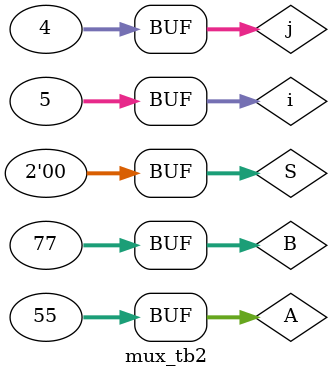
<source format=v>
module mux_tb2;
 reg [31:0]A,B;
 reg [1:0]S;
 wire [31:0] Y;
 integer i,j;
 mux41 m(A,B,S,Y);
 initial
  begin
   A=32'b0101;
   B=32'b010110;
   S=2'b00;
   for(i=0;i<5;i=i+1)
   begin : outer_loop
     A=A+32'b1010;
     B=B+32'b1011;
     for(j=0;j<4;j=j+1)
     begin : inner_loop
       S=S+2'b01;
       #5;
     end : inner_loop
     #5;
   end : outer_loop
  end
endmodule  
</source>
